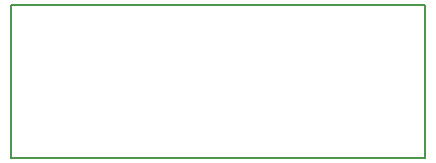
<source format=gbr>
G04 DipTrace 3.2.0.1*
G04 BoardOutline.gbr*
%MOMM*%
G04 #@! TF.FileFunction,Profile*
G04 #@! TF.Part,Single*
%ADD11C,0.14*%
%FSLAX35Y35*%
G04*
G71*
G90*
G75*
G01*
G04 BoardOutline*
%LPD*%
X0Y1300000D2*
D11*
X3500000D1*
Y0D1*
X0D1*
Y1300000D1*
M02*

</source>
